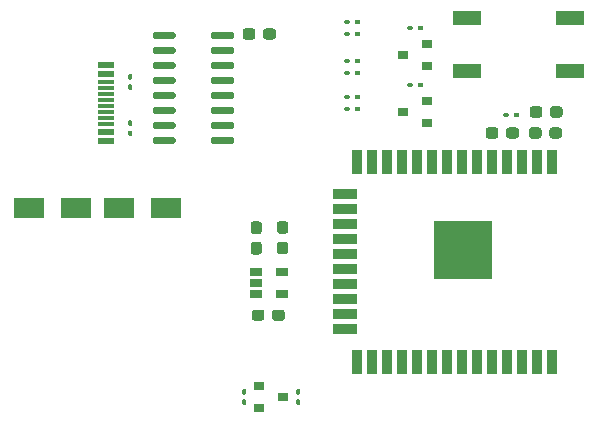
<source format=gtp>
%TF.GenerationSoftware,KiCad,Pcbnew,5.1.10-88a1d61d58~90~ubuntu20.04.1*%
%TF.CreationDate,2021-11-06T01:12:53+01:00*%
%TF.ProjectId,e-meter-usb-c,652d6d65-7465-4722-9d75-73622d632e6b,rev?*%
%TF.SameCoordinates,Original*%
%TF.FileFunction,Paste,Top*%
%TF.FilePolarity,Positive*%
%FSLAX46Y46*%
G04 Gerber Fmt 4.6, Leading zero omitted, Abs format (unit mm)*
G04 Created by KiCad (PCBNEW 5.1.10-88a1d61d58~90~ubuntu20.04.1) date 2021-11-06 01:12:53*
%MOMM*%
%LPD*%
G01*
G04 APERTURE LIST*
%ADD10R,1.060000X0.650000*%
%ADD11R,0.900000X2.000000*%
%ADD12R,2.000000X0.900000*%
%ADD13R,5.000000X5.000000*%
%ADD14R,2.350000X1.300000*%
%ADD15R,0.900000X0.800000*%
%ADD16R,1.450000X0.600000*%
%ADD17R,1.450000X0.300000*%
%ADD18R,2.500000X1.800000*%
G04 APERTURE END LIST*
%TO.C,U4*%
G36*
G01*
X124690000Y-28979000D02*
X124690000Y-28679000D01*
G75*
G02*
X124840000Y-28529000I150000J0D01*
G01*
X126490000Y-28529000D01*
G75*
G02*
X126640000Y-28679000I0J-150000D01*
G01*
X126640000Y-28979000D01*
G75*
G02*
X126490000Y-29129000I-150000J0D01*
G01*
X124840000Y-29129000D01*
G75*
G02*
X124690000Y-28979000I0J150000D01*
G01*
G37*
G36*
G01*
X124690000Y-30249000D02*
X124690000Y-29949000D01*
G75*
G02*
X124840000Y-29799000I150000J0D01*
G01*
X126490000Y-29799000D01*
G75*
G02*
X126640000Y-29949000I0J-150000D01*
G01*
X126640000Y-30249000D01*
G75*
G02*
X126490000Y-30399000I-150000J0D01*
G01*
X124840000Y-30399000D01*
G75*
G02*
X124690000Y-30249000I0J150000D01*
G01*
G37*
G36*
G01*
X124690000Y-31519000D02*
X124690000Y-31219000D01*
G75*
G02*
X124840000Y-31069000I150000J0D01*
G01*
X126490000Y-31069000D01*
G75*
G02*
X126640000Y-31219000I0J-150000D01*
G01*
X126640000Y-31519000D01*
G75*
G02*
X126490000Y-31669000I-150000J0D01*
G01*
X124840000Y-31669000D01*
G75*
G02*
X124690000Y-31519000I0J150000D01*
G01*
G37*
G36*
G01*
X124690000Y-32789000D02*
X124690000Y-32489000D01*
G75*
G02*
X124840000Y-32339000I150000J0D01*
G01*
X126490000Y-32339000D01*
G75*
G02*
X126640000Y-32489000I0J-150000D01*
G01*
X126640000Y-32789000D01*
G75*
G02*
X126490000Y-32939000I-150000J0D01*
G01*
X124840000Y-32939000D01*
G75*
G02*
X124690000Y-32789000I0J150000D01*
G01*
G37*
G36*
G01*
X124690000Y-34059000D02*
X124690000Y-33759000D01*
G75*
G02*
X124840000Y-33609000I150000J0D01*
G01*
X126490000Y-33609000D01*
G75*
G02*
X126640000Y-33759000I0J-150000D01*
G01*
X126640000Y-34059000D01*
G75*
G02*
X126490000Y-34209000I-150000J0D01*
G01*
X124840000Y-34209000D01*
G75*
G02*
X124690000Y-34059000I0J150000D01*
G01*
G37*
G36*
G01*
X124690000Y-35329000D02*
X124690000Y-35029000D01*
G75*
G02*
X124840000Y-34879000I150000J0D01*
G01*
X126490000Y-34879000D01*
G75*
G02*
X126640000Y-35029000I0J-150000D01*
G01*
X126640000Y-35329000D01*
G75*
G02*
X126490000Y-35479000I-150000J0D01*
G01*
X124840000Y-35479000D01*
G75*
G02*
X124690000Y-35329000I0J150000D01*
G01*
G37*
G36*
G01*
X124690000Y-36599000D02*
X124690000Y-36299000D01*
G75*
G02*
X124840000Y-36149000I150000J0D01*
G01*
X126490000Y-36149000D01*
G75*
G02*
X126640000Y-36299000I0J-150000D01*
G01*
X126640000Y-36599000D01*
G75*
G02*
X126490000Y-36749000I-150000J0D01*
G01*
X124840000Y-36749000D01*
G75*
G02*
X124690000Y-36599000I0J150000D01*
G01*
G37*
G36*
G01*
X124690000Y-37869000D02*
X124690000Y-37569000D01*
G75*
G02*
X124840000Y-37419000I150000J0D01*
G01*
X126490000Y-37419000D01*
G75*
G02*
X126640000Y-37569000I0J-150000D01*
G01*
X126640000Y-37869000D01*
G75*
G02*
X126490000Y-38019000I-150000J0D01*
G01*
X124840000Y-38019000D01*
G75*
G02*
X124690000Y-37869000I0J150000D01*
G01*
G37*
G36*
G01*
X119740000Y-37869000D02*
X119740000Y-37569000D01*
G75*
G02*
X119890000Y-37419000I150000J0D01*
G01*
X121540000Y-37419000D01*
G75*
G02*
X121690000Y-37569000I0J-150000D01*
G01*
X121690000Y-37869000D01*
G75*
G02*
X121540000Y-38019000I-150000J0D01*
G01*
X119890000Y-38019000D01*
G75*
G02*
X119740000Y-37869000I0J150000D01*
G01*
G37*
G36*
G01*
X119740000Y-36599000D02*
X119740000Y-36299000D01*
G75*
G02*
X119890000Y-36149000I150000J0D01*
G01*
X121540000Y-36149000D01*
G75*
G02*
X121690000Y-36299000I0J-150000D01*
G01*
X121690000Y-36599000D01*
G75*
G02*
X121540000Y-36749000I-150000J0D01*
G01*
X119890000Y-36749000D01*
G75*
G02*
X119740000Y-36599000I0J150000D01*
G01*
G37*
G36*
G01*
X119740000Y-35329000D02*
X119740000Y-35029000D01*
G75*
G02*
X119890000Y-34879000I150000J0D01*
G01*
X121540000Y-34879000D01*
G75*
G02*
X121690000Y-35029000I0J-150000D01*
G01*
X121690000Y-35329000D01*
G75*
G02*
X121540000Y-35479000I-150000J0D01*
G01*
X119890000Y-35479000D01*
G75*
G02*
X119740000Y-35329000I0J150000D01*
G01*
G37*
G36*
G01*
X119740000Y-34059000D02*
X119740000Y-33759000D01*
G75*
G02*
X119890000Y-33609000I150000J0D01*
G01*
X121540000Y-33609000D01*
G75*
G02*
X121690000Y-33759000I0J-150000D01*
G01*
X121690000Y-34059000D01*
G75*
G02*
X121540000Y-34209000I-150000J0D01*
G01*
X119890000Y-34209000D01*
G75*
G02*
X119740000Y-34059000I0J150000D01*
G01*
G37*
G36*
G01*
X119740000Y-32789000D02*
X119740000Y-32489000D01*
G75*
G02*
X119890000Y-32339000I150000J0D01*
G01*
X121540000Y-32339000D01*
G75*
G02*
X121690000Y-32489000I0J-150000D01*
G01*
X121690000Y-32789000D01*
G75*
G02*
X121540000Y-32939000I-150000J0D01*
G01*
X119890000Y-32939000D01*
G75*
G02*
X119740000Y-32789000I0J150000D01*
G01*
G37*
G36*
G01*
X119740000Y-31519000D02*
X119740000Y-31219000D01*
G75*
G02*
X119890000Y-31069000I150000J0D01*
G01*
X121540000Y-31069000D01*
G75*
G02*
X121690000Y-31219000I0J-150000D01*
G01*
X121690000Y-31519000D01*
G75*
G02*
X121540000Y-31669000I-150000J0D01*
G01*
X119890000Y-31669000D01*
G75*
G02*
X119740000Y-31519000I0J150000D01*
G01*
G37*
G36*
G01*
X119740000Y-30249000D02*
X119740000Y-29949000D01*
G75*
G02*
X119890000Y-29799000I150000J0D01*
G01*
X121540000Y-29799000D01*
G75*
G02*
X121690000Y-29949000I0J-150000D01*
G01*
X121690000Y-30249000D01*
G75*
G02*
X121540000Y-30399000I-150000J0D01*
G01*
X119890000Y-30399000D01*
G75*
G02*
X119740000Y-30249000I0J150000D01*
G01*
G37*
G36*
G01*
X119740000Y-28979000D02*
X119740000Y-28679000D01*
G75*
G02*
X119890000Y-28529000I150000J0D01*
G01*
X121540000Y-28529000D01*
G75*
G02*
X121690000Y-28679000I0J-150000D01*
G01*
X121690000Y-28979000D01*
G75*
G02*
X121540000Y-29129000I-150000J0D01*
G01*
X119890000Y-29129000D01*
G75*
G02*
X119740000Y-28979000I0J150000D01*
G01*
G37*
%TD*%
D10*
%TO.C,U1*%
X130703500Y-48834000D03*
X130703500Y-50734000D03*
X128503500Y-50734000D03*
X128503500Y-49784000D03*
X128503500Y-48834000D03*
%TD*%
D11*
%TO.C,U2*%
X153543000Y-56506000D03*
X152273000Y-56506000D03*
X151003000Y-56506000D03*
X149733000Y-56506000D03*
X148463000Y-56506000D03*
X147193000Y-56506000D03*
X145923000Y-56506000D03*
X144653000Y-56506000D03*
X143383000Y-56506000D03*
X142113000Y-56506000D03*
X140843000Y-56506000D03*
X139573000Y-56506000D03*
X138303000Y-56506000D03*
X137033000Y-56506000D03*
D12*
X136033000Y-53721000D03*
X136033000Y-52451000D03*
X136033000Y-51181000D03*
X136033000Y-49911000D03*
X136033000Y-48641000D03*
X136033000Y-47371000D03*
X136033000Y-46101000D03*
X136033000Y-44831000D03*
X136033000Y-43561000D03*
X136033000Y-42291000D03*
D11*
X137033000Y-39506000D03*
X138303000Y-39506000D03*
X139573000Y-39506000D03*
X140843000Y-39506000D03*
X142113000Y-39506000D03*
X143383000Y-39506000D03*
X144653000Y-39506000D03*
X145923000Y-39506000D03*
X147193000Y-39506000D03*
X148463000Y-39506000D03*
X149733000Y-39506000D03*
X151003000Y-39506000D03*
X152273000Y-39506000D03*
X153543000Y-39506000D03*
D13*
X146043000Y-47006000D03*
%TD*%
D14*
%TO.C,SW1*%
X146374000Y-31841000D03*
X146374000Y-27341000D03*
X155124000Y-27341000D03*
X155124000Y-31841000D03*
%TD*%
%TO.C,R11*%
G36*
G01*
X136855500Y-34126000D02*
X136855500Y-33946000D01*
G75*
G02*
X136945500Y-33856000I90000J0D01*
G01*
X137223500Y-33856000D01*
G75*
G02*
X137313500Y-33946000I0J-90000D01*
G01*
X137313500Y-34126000D01*
G75*
G02*
X137223500Y-34216000I-90000J0D01*
G01*
X136945500Y-34216000D01*
G75*
G02*
X136855500Y-34126000I0J90000D01*
G01*
G37*
G36*
G01*
X135990500Y-34126000D02*
X135990500Y-33946000D01*
G75*
G02*
X136080500Y-33856000I90000J0D01*
G01*
X136358500Y-33856000D01*
G75*
G02*
X136448500Y-33946000I0J-90000D01*
G01*
X136448500Y-34126000D01*
G75*
G02*
X136358500Y-34216000I-90000J0D01*
G01*
X136080500Y-34216000D01*
G75*
G02*
X135990500Y-34126000I0J90000D01*
G01*
G37*
%TD*%
%TO.C,R10*%
G36*
G01*
X150317500Y-35650000D02*
X150317500Y-35470000D01*
G75*
G02*
X150407500Y-35380000I90000J0D01*
G01*
X150685500Y-35380000D01*
G75*
G02*
X150775500Y-35470000I0J-90000D01*
G01*
X150775500Y-35650000D01*
G75*
G02*
X150685500Y-35740000I-90000J0D01*
G01*
X150407500Y-35740000D01*
G75*
G02*
X150317500Y-35650000I0J90000D01*
G01*
G37*
G36*
G01*
X149452500Y-35650000D02*
X149452500Y-35470000D01*
G75*
G02*
X149542500Y-35380000I90000J0D01*
G01*
X149820500Y-35380000D01*
G75*
G02*
X149910500Y-35470000I0J-90000D01*
G01*
X149910500Y-35650000D01*
G75*
G02*
X149820500Y-35740000I-90000J0D01*
G01*
X149542500Y-35740000D01*
G75*
G02*
X149452500Y-35650000I0J90000D01*
G01*
G37*
%TD*%
%TO.C,R9*%
G36*
G01*
X117766000Y-36880000D02*
X117946000Y-36880000D01*
G75*
G02*
X118036000Y-36970000I0J-90000D01*
G01*
X118036000Y-37248000D01*
G75*
G02*
X117946000Y-37338000I-90000J0D01*
G01*
X117766000Y-37338000D01*
G75*
G02*
X117676000Y-37248000I0J90000D01*
G01*
X117676000Y-36970000D01*
G75*
G02*
X117766000Y-36880000I90000J0D01*
G01*
G37*
G36*
G01*
X117766000Y-36015000D02*
X117946000Y-36015000D01*
G75*
G02*
X118036000Y-36105000I0J-90000D01*
G01*
X118036000Y-36383000D01*
G75*
G02*
X117946000Y-36473000I-90000J0D01*
G01*
X117766000Y-36473000D01*
G75*
G02*
X117676000Y-36383000I0J90000D01*
G01*
X117676000Y-36105000D01*
G75*
G02*
X117766000Y-36015000I90000J0D01*
G01*
G37*
%TD*%
%TO.C,R8*%
G36*
G01*
X117946000Y-32562500D02*
X117766000Y-32562500D01*
G75*
G02*
X117676000Y-32472500I0J90000D01*
G01*
X117676000Y-32194500D01*
G75*
G02*
X117766000Y-32104500I90000J0D01*
G01*
X117946000Y-32104500D01*
G75*
G02*
X118036000Y-32194500I0J-90000D01*
G01*
X118036000Y-32472500D01*
G75*
G02*
X117946000Y-32562500I-90000J0D01*
G01*
G37*
G36*
G01*
X117946000Y-33427500D02*
X117766000Y-33427500D01*
G75*
G02*
X117676000Y-33337500I0J90000D01*
G01*
X117676000Y-33059500D01*
G75*
G02*
X117766000Y-32969500I90000J0D01*
G01*
X117946000Y-32969500D01*
G75*
G02*
X118036000Y-33059500I0J-90000D01*
G01*
X118036000Y-33337500D01*
G75*
G02*
X117946000Y-33427500I-90000J0D01*
G01*
G37*
%TD*%
%TO.C,R7*%
G36*
G01*
X136855500Y-31078000D02*
X136855500Y-30898000D01*
G75*
G02*
X136945500Y-30808000I90000J0D01*
G01*
X137223500Y-30808000D01*
G75*
G02*
X137313500Y-30898000I0J-90000D01*
G01*
X137313500Y-31078000D01*
G75*
G02*
X137223500Y-31168000I-90000J0D01*
G01*
X136945500Y-31168000D01*
G75*
G02*
X136855500Y-31078000I0J90000D01*
G01*
G37*
G36*
G01*
X135990500Y-31078000D02*
X135990500Y-30898000D01*
G75*
G02*
X136080500Y-30808000I90000J0D01*
G01*
X136358500Y-30808000D01*
G75*
G02*
X136448500Y-30898000I0J-90000D01*
G01*
X136448500Y-31078000D01*
G75*
G02*
X136358500Y-31168000I-90000J0D01*
G01*
X136080500Y-31168000D01*
G75*
G02*
X135990500Y-31078000I0J90000D01*
G01*
G37*
%TD*%
%TO.C,R6*%
G36*
G01*
X141782500Y-32930000D02*
X141782500Y-33110000D01*
G75*
G02*
X141692500Y-33200000I-90000J0D01*
G01*
X141414500Y-33200000D01*
G75*
G02*
X141324500Y-33110000I0J90000D01*
G01*
X141324500Y-32930000D01*
G75*
G02*
X141414500Y-32840000I90000J0D01*
G01*
X141692500Y-32840000D01*
G75*
G02*
X141782500Y-32930000I0J-90000D01*
G01*
G37*
G36*
G01*
X142647500Y-32930000D02*
X142647500Y-33110000D01*
G75*
G02*
X142557500Y-33200000I-90000J0D01*
G01*
X142279500Y-33200000D01*
G75*
G02*
X142189500Y-33110000I0J90000D01*
G01*
X142189500Y-32930000D01*
G75*
G02*
X142279500Y-32840000I90000J0D01*
G01*
X142557500Y-32840000D01*
G75*
G02*
X142647500Y-32930000I0J-90000D01*
G01*
G37*
%TD*%
%TO.C,R5*%
G36*
G01*
X141782500Y-28104000D02*
X141782500Y-28284000D01*
G75*
G02*
X141692500Y-28374000I-90000J0D01*
G01*
X141414500Y-28374000D01*
G75*
G02*
X141324500Y-28284000I0J90000D01*
G01*
X141324500Y-28104000D01*
G75*
G02*
X141414500Y-28014000I90000J0D01*
G01*
X141692500Y-28014000D01*
G75*
G02*
X141782500Y-28104000I0J-90000D01*
G01*
G37*
G36*
G01*
X142647500Y-28104000D02*
X142647500Y-28284000D01*
G75*
G02*
X142557500Y-28374000I-90000J0D01*
G01*
X142279500Y-28374000D01*
G75*
G02*
X142189500Y-28284000I0J90000D01*
G01*
X142189500Y-28104000D01*
G75*
G02*
X142279500Y-28014000I90000J0D01*
G01*
X142557500Y-28014000D01*
G75*
G02*
X142647500Y-28104000I0J-90000D01*
G01*
G37*
%TD*%
%TO.C,R4*%
G36*
G01*
X132170000Y-59232500D02*
X131990000Y-59232500D01*
G75*
G02*
X131900000Y-59142500I0J90000D01*
G01*
X131900000Y-58864500D01*
G75*
G02*
X131990000Y-58774500I90000J0D01*
G01*
X132170000Y-58774500D01*
G75*
G02*
X132260000Y-58864500I0J-90000D01*
G01*
X132260000Y-59142500D01*
G75*
G02*
X132170000Y-59232500I-90000J0D01*
G01*
G37*
G36*
G01*
X132170000Y-60097500D02*
X131990000Y-60097500D01*
G75*
G02*
X131900000Y-60007500I0J90000D01*
G01*
X131900000Y-59729500D01*
G75*
G02*
X131990000Y-59639500I90000J0D01*
G01*
X132170000Y-59639500D01*
G75*
G02*
X132260000Y-59729500I0J-90000D01*
G01*
X132260000Y-60007500D01*
G75*
G02*
X132170000Y-60097500I-90000J0D01*
G01*
G37*
%TD*%
%TO.C,R3*%
G36*
G01*
X136855500Y-27776000D02*
X136855500Y-27596000D01*
G75*
G02*
X136945500Y-27506000I90000J0D01*
G01*
X137223500Y-27506000D01*
G75*
G02*
X137313500Y-27596000I0J-90000D01*
G01*
X137313500Y-27776000D01*
G75*
G02*
X137223500Y-27866000I-90000J0D01*
G01*
X136945500Y-27866000D01*
G75*
G02*
X136855500Y-27776000I0J90000D01*
G01*
G37*
G36*
G01*
X135990500Y-27776000D02*
X135990500Y-27596000D01*
G75*
G02*
X136080500Y-27506000I90000J0D01*
G01*
X136358500Y-27506000D01*
G75*
G02*
X136448500Y-27596000I0J-90000D01*
G01*
X136448500Y-27776000D01*
G75*
G02*
X136358500Y-27866000I-90000J0D01*
G01*
X136080500Y-27866000D01*
G75*
G02*
X135990500Y-27776000I0J90000D01*
G01*
G37*
%TD*%
%TO.C,R2*%
G36*
G01*
X127418000Y-59639500D02*
X127598000Y-59639500D01*
G75*
G02*
X127688000Y-59729500I0J-90000D01*
G01*
X127688000Y-60007500D01*
G75*
G02*
X127598000Y-60097500I-90000J0D01*
G01*
X127418000Y-60097500D01*
G75*
G02*
X127328000Y-60007500I0J90000D01*
G01*
X127328000Y-59729500D01*
G75*
G02*
X127418000Y-59639500I90000J0D01*
G01*
G37*
G36*
G01*
X127418000Y-58774500D02*
X127598000Y-58774500D01*
G75*
G02*
X127688000Y-58864500I0J-90000D01*
G01*
X127688000Y-59142500D01*
G75*
G02*
X127598000Y-59232500I-90000J0D01*
G01*
X127418000Y-59232500D01*
G75*
G02*
X127328000Y-59142500I0J90000D01*
G01*
X127328000Y-58864500D01*
G75*
G02*
X127418000Y-58774500I90000J0D01*
G01*
G37*
%TD*%
D15*
%TO.C,Q4*%
X140986000Y-35306000D03*
X142986000Y-34356000D03*
X142986000Y-36256000D03*
%TD*%
%TO.C,Q3*%
X140986000Y-30480000D03*
X142986000Y-29530000D03*
X142986000Y-31430000D03*
%TD*%
%TO.C,Q1*%
X130794000Y-59436000D03*
X128794000Y-60386000D03*
X128794000Y-58486000D03*
%TD*%
D16*
%TO.C,J2*%
X115805000Y-37794000D03*
X115805000Y-36994000D03*
X115805000Y-32094000D03*
X115805000Y-31294000D03*
X115805000Y-31294000D03*
X115805000Y-32094000D03*
X115805000Y-36994000D03*
X115805000Y-37794000D03*
D17*
X115805000Y-32794000D03*
X115805000Y-33294000D03*
X115805000Y-33794000D03*
X115805000Y-34794000D03*
X115805000Y-35294000D03*
X115805000Y-35794000D03*
X115805000Y-36294000D03*
X115805000Y-34294000D03*
%TD*%
%TO.C,D5*%
G36*
G01*
X136448500Y-34962000D02*
X136448500Y-35142000D01*
G75*
G02*
X136358500Y-35232000I-90000J0D01*
G01*
X136080500Y-35232000D01*
G75*
G02*
X135990500Y-35142000I0J90000D01*
G01*
X135990500Y-34962000D01*
G75*
G02*
X136080500Y-34872000I90000J0D01*
G01*
X136358500Y-34872000D01*
G75*
G02*
X136448500Y-34962000I0J-90000D01*
G01*
G37*
G36*
G01*
X137313500Y-34962000D02*
X137313500Y-35142000D01*
G75*
G02*
X137223500Y-35232000I-90000J0D01*
G01*
X136945500Y-35232000D01*
G75*
G02*
X136855500Y-35142000I0J90000D01*
G01*
X136855500Y-34962000D01*
G75*
G02*
X136945500Y-34872000I90000J0D01*
G01*
X137223500Y-34872000D01*
G75*
G02*
X137313500Y-34962000I0J-90000D01*
G01*
G37*
%TD*%
%TO.C,D4*%
G36*
G01*
X136448500Y-31914000D02*
X136448500Y-32094000D01*
G75*
G02*
X136358500Y-32184000I-90000J0D01*
G01*
X136080500Y-32184000D01*
G75*
G02*
X135990500Y-32094000I0J90000D01*
G01*
X135990500Y-31914000D01*
G75*
G02*
X136080500Y-31824000I90000J0D01*
G01*
X136358500Y-31824000D01*
G75*
G02*
X136448500Y-31914000I0J-90000D01*
G01*
G37*
G36*
G01*
X137313500Y-31914000D02*
X137313500Y-32094000D01*
G75*
G02*
X137223500Y-32184000I-90000J0D01*
G01*
X136945500Y-32184000D01*
G75*
G02*
X136855500Y-32094000I0J90000D01*
G01*
X136855500Y-31914000D01*
G75*
G02*
X136945500Y-31824000I90000J0D01*
G01*
X137223500Y-31824000D01*
G75*
G02*
X137313500Y-31914000I0J-90000D01*
G01*
G37*
%TD*%
%TO.C,D3*%
G36*
G01*
X136448500Y-28612000D02*
X136448500Y-28792000D01*
G75*
G02*
X136358500Y-28882000I-90000J0D01*
G01*
X136080500Y-28882000D01*
G75*
G02*
X135990500Y-28792000I0J90000D01*
G01*
X135990500Y-28612000D01*
G75*
G02*
X136080500Y-28522000I90000J0D01*
G01*
X136358500Y-28522000D01*
G75*
G02*
X136448500Y-28612000I0J-90000D01*
G01*
G37*
G36*
G01*
X137313500Y-28612000D02*
X137313500Y-28792000D01*
G75*
G02*
X137223500Y-28882000I-90000J0D01*
G01*
X136945500Y-28882000D01*
G75*
G02*
X136855500Y-28792000I0J90000D01*
G01*
X136855500Y-28612000D01*
G75*
G02*
X136945500Y-28522000I90000J0D01*
G01*
X137223500Y-28522000D01*
G75*
G02*
X137313500Y-28612000I0J-90000D01*
G01*
G37*
%TD*%
D18*
%TO.C,D2*%
X109284000Y-43434000D03*
X113284000Y-43434000D03*
%TD*%
%TO.C,D1*%
X116872000Y-43434000D03*
X120872000Y-43434000D03*
%TD*%
%TO.C,C7*%
G36*
G01*
X149027000Y-36846500D02*
X149027000Y-37321500D01*
G75*
G02*
X148789500Y-37559000I-237500J0D01*
G01*
X148189500Y-37559000D01*
G75*
G02*
X147952000Y-37321500I0J237500D01*
G01*
X147952000Y-36846500D01*
G75*
G02*
X148189500Y-36609000I237500J0D01*
G01*
X148789500Y-36609000D01*
G75*
G02*
X149027000Y-36846500I0J-237500D01*
G01*
G37*
G36*
G01*
X150752000Y-36846500D02*
X150752000Y-37321500D01*
G75*
G02*
X150514500Y-37559000I-237500J0D01*
G01*
X149914500Y-37559000D01*
G75*
G02*
X149677000Y-37321500I0J237500D01*
G01*
X149677000Y-36846500D01*
G75*
G02*
X149914500Y-36609000I237500J0D01*
G01*
X150514500Y-36609000D01*
G75*
G02*
X150752000Y-36846500I0J-237500D01*
G01*
G37*
%TD*%
%TO.C,C6*%
G36*
G01*
X128453000Y-28464500D02*
X128453000Y-28939500D01*
G75*
G02*
X128215500Y-29177000I-237500J0D01*
G01*
X127615500Y-29177000D01*
G75*
G02*
X127378000Y-28939500I0J237500D01*
G01*
X127378000Y-28464500D01*
G75*
G02*
X127615500Y-28227000I237500J0D01*
G01*
X128215500Y-28227000D01*
G75*
G02*
X128453000Y-28464500I0J-237500D01*
G01*
G37*
G36*
G01*
X130178000Y-28464500D02*
X130178000Y-28939500D01*
G75*
G02*
X129940500Y-29177000I-237500J0D01*
G01*
X129340500Y-29177000D01*
G75*
G02*
X129103000Y-28939500I0J237500D01*
G01*
X129103000Y-28464500D01*
G75*
G02*
X129340500Y-28227000I237500J0D01*
G01*
X129940500Y-28227000D01*
G75*
G02*
X130178000Y-28464500I0J-237500D01*
G01*
G37*
%TD*%
%TO.C,C5*%
G36*
G01*
X153386500Y-35543500D02*
X153386500Y-35068500D01*
G75*
G02*
X153624000Y-34831000I237500J0D01*
G01*
X154224000Y-34831000D01*
G75*
G02*
X154461500Y-35068500I0J-237500D01*
G01*
X154461500Y-35543500D01*
G75*
G02*
X154224000Y-35781000I-237500J0D01*
G01*
X153624000Y-35781000D01*
G75*
G02*
X153386500Y-35543500I0J237500D01*
G01*
G37*
G36*
G01*
X151661500Y-35543500D02*
X151661500Y-35068500D01*
G75*
G02*
X151899000Y-34831000I237500J0D01*
G01*
X152499000Y-34831000D01*
G75*
G02*
X152736500Y-35068500I0J-237500D01*
G01*
X152736500Y-35543500D01*
G75*
G02*
X152499000Y-35781000I-237500J0D01*
G01*
X151899000Y-35781000D01*
G75*
G02*
X151661500Y-35543500I0J237500D01*
G01*
G37*
%TD*%
%TO.C,C4*%
G36*
G01*
X153333500Y-37321500D02*
X153333500Y-36846500D01*
G75*
G02*
X153571000Y-36609000I237500J0D01*
G01*
X154171000Y-36609000D01*
G75*
G02*
X154408500Y-36846500I0J-237500D01*
G01*
X154408500Y-37321500D01*
G75*
G02*
X154171000Y-37559000I-237500J0D01*
G01*
X153571000Y-37559000D01*
G75*
G02*
X153333500Y-37321500I0J237500D01*
G01*
G37*
G36*
G01*
X151608500Y-37321500D02*
X151608500Y-36846500D01*
G75*
G02*
X151846000Y-36609000I237500J0D01*
G01*
X152446000Y-36609000D01*
G75*
G02*
X152683500Y-36846500I0J-237500D01*
G01*
X152683500Y-37321500D01*
G75*
G02*
X152446000Y-37559000I-237500J0D01*
G01*
X151846000Y-37559000D01*
G75*
G02*
X151608500Y-37321500I0J237500D01*
G01*
G37*
%TD*%
%TO.C,C3*%
G36*
G01*
X130984000Y-45622500D02*
X130509000Y-45622500D01*
G75*
G02*
X130271500Y-45385000I0J237500D01*
G01*
X130271500Y-44785000D01*
G75*
G02*
X130509000Y-44547500I237500J0D01*
G01*
X130984000Y-44547500D01*
G75*
G02*
X131221500Y-44785000I0J-237500D01*
G01*
X131221500Y-45385000D01*
G75*
G02*
X130984000Y-45622500I-237500J0D01*
G01*
G37*
G36*
G01*
X130984000Y-47347500D02*
X130509000Y-47347500D01*
G75*
G02*
X130271500Y-47110000I0J237500D01*
G01*
X130271500Y-46510000D01*
G75*
G02*
X130509000Y-46272500I237500J0D01*
G01*
X130984000Y-46272500D01*
G75*
G02*
X131221500Y-46510000I0J-237500D01*
G01*
X131221500Y-47110000D01*
G75*
G02*
X130984000Y-47347500I-237500J0D01*
G01*
G37*
%TD*%
%TO.C,C2*%
G36*
G01*
X129215000Y-52277000D02*
X129215000Y-52752000D01*
G75*
G02*
X128977500Y-52989500I-237500J0D01*
G01*
X128377500Y-52989500D01*
G75*
G02*
X128140000Y-52752000I0J237500D01*
G01*
X128140000Y-52277000D01*
G75*
G02*
X128377500Y-52039500I237500J0D01*
G01*
X128977500Y-52039500D01*
G75*
G02*
X129215000Y-52277000I0J-237500D01*
G01*
G37*
G36*
G01*
X130940000Y-52277000D02*
X130940000Y-52752000D01*
G75*
G02*
X130702500Y-52989500I-237500J0D01*
G01*
X130102500Y-52989500D01*
G75*
G02*
X129865000Y-52752000I0J237500D01*
G01*
X129865000Y-52277000D01*
G75*
G02*
X130102500Y-52039500I237500J0D01*
G01*
X130702500Y-52039500D01*
G75*
G02*
X130940000Y-52277000I0J-237500D01*
G01*
G37*
%TD*%
%TO.C,C1*%
G36*
G01*
X128761500Y-45649000D02*
X128286500Y-45649000D01*
G75*
G02*
X128049000Y-45411500I0J237500D01*
G01*
X128049000Y-44811500D01*
G75*
G02*
X128286500Y-44574000I237500J0D01*
G01*
X128761500Y-44574000D01*
G75*
G02*
X128999000Y-44811500I0J-237500D01*
G01*
X128999000Y-45411500D01*
G75*
G02*
X128761500Y-45649000I-237500J0D01*
G01*
G37*
G36*
G01*
X128761500Y-47374000D02*
X128286500Y-47374000D01*
G75*
G02*
X128049000Y-47136500I0J237500D01*
G01*
X128049000Y-46536500D01*
G75*
G02*
X128286500Y-46299000I237500J0D01*
G01*
X128761500Y-46299000D01*
G75*
G02*
X128999000Y-46536500I0J-237500D01*
G01*
X128999000Y-47136500D01*
G75*
G02*
X128761500Y-47374000I-237500J0D01*
G01*
G37*
%TD*%
M02*

</source>
